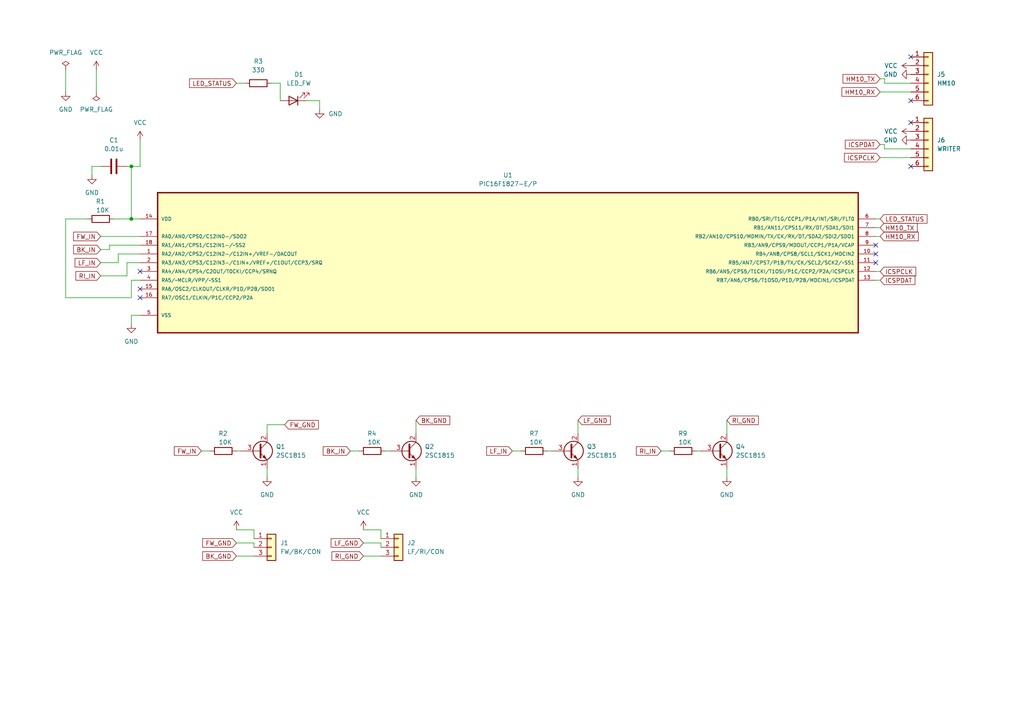
<source format=kicad_sch>
(kicad_sch (version 20211123) (generator eeschema)
  (paper "A4")
  (lib_symbols
    (symbol "Connector_Generic:Conn_01x03" (pin_names (offset 1.016) hide)
      (property "Reference" "J" (at 0 5.08 0))
      (property "Value" "Conn_01x03" (at 0 -5.08 0))
      (symbol "Conn_01x03_1_1"
        (rectangle (start -1.27 -2.413) (end 0 -2.667) (stroke (width 0.1524)))
        (rectangle (start -1.27 0.127) (end 0 -0.127) (stroke (width 0.1524)))
        (rectangle (start -1.27 2.667) (end 0 2.413) (stroke (width 0.1524)))
        (rectangle (start -1.27 3.81) (end 1.27 -3.81) (stroke (width 0.254)) (fill (type background)))
        (pin passive line (at -5.08 2.54 0) (length 3.81) (name "Pin_1") (number "1"))
        (pin passive line (at -5.08 0 0) (length 3.81) (name "Pin_2") (number "2"))
        (pin passive line (at -5.08 -2.54 0) (length 3.81) (name "Pin_3") (number "3"))
      )
    )
    (symbol "Connector_Generic:Conn_01x06" (pin_names (offset 1.016) hide)
      (property "Reference" "J" (at 0 7.62 0))
      (property "Value" "Conn_01x06" (at 0 -10.16 0))
      (symbol "Conn_01x06_1_1"
        (rectangle (start -1.27 -7.493) (end 0 -7.747) (stroke (width 0.1524)))
        (rectangle (start -1.27 -4.953) (end 0 -5.207) (stroke (width 0.1524)))
        (rectangle (start -1.27 -2.413) (end 0 -2.667) (stroke (width 0.1524)))
        (rectangle (start -1.27 0.127) (end 0 -0.127) (stroke (width 0.1524)))
        (rectangle (start -1.27 2.667) (end 0 2.413) (stroke (width 0.1524)))
        (rectangle (start -1.27 5.207) (end 0 4.953) (stroke (width 0.1524)))
        (rectangle (start -1.27 6.35) (end 1.27 -8.89) (stroke (width 0.254)) (fill (type background)))
        (pin passive line (at -5.08 5.08 0) (length 3.81) (name "Pin_1") (number "1"))
        (pin passive line (at -5.08 2.54 0) (length 3.81) (name "Pin_2") (number "2"))
        (pin passive line (at -5.08 0 0) (length 3.81) (name "Pin_3") (number "3"))
        (pin passive line (at -5.08 -2.54 0) (length 3.81) (name "Pin_4") (number "4"))
        (pin passive line (at -5.08 -5.08 0) (length 3.81) (name "Pin_5") (number "5"))
        (pin passive line (at -5.08 -7.62 0) (length 3.81) (name "Pin_6") (number "6"))
      )
    )
    (symbol "Device:C" (pin_numbers hide) (pin_names (offset 0.254))
      (property "Reference" "C" (at 0.635 2.54 0))
      (property "Value" "C" (at 0.635 -2.54 0))
      (symbol "C_0_1"
        (polyline (pts (xy -2.032 -0.762) (xy 2.032 -0.762)) (stroke (width 0.508)))
        (polyline (pts (xy -2.032 0.762) (xy 2.032 0.762)) (stroke (width 0.508)))
      )
      (symbol "C_1_1"
        (pin passive line (at 0 3.81 270) (length 2.794) (name "~") (number "1"))
        (pin passive line (at 0 -3.81 90) (length 2.794) (name "~") (number "2"))
      )
    )
    (symbol "Device:LED" (pin_numbers hide) (pin_names (offset 1.016) hide)
      (property "Reference" "D" (at 0 2.54 0))
      (property "Value" "LED" (at 0 -2.54 0))
      (symbol "LED_0_1"
        (polyline (pts (xy -1.27 -1.27) (xy -1.27 1.27)) (stroke (width 0.254)))
        (polyline (pts (xy -1.27 0) (xy 1.27 0)))
        (polyline (pts (xy 1.27 -1.27) (xy 1.27 1.27) (xy -1.27 0) (xy 1.27 -1.27)) (stroke (width 0.254)))
        (polyline (pts (xy -3.048 -0.762) (xy -4.572 -2.286) (xy -3.81 -2.286) (xy -4.572 -2.286) (xy -4.572 -1.524)))
        (polyline (pts (xy -1.778 -0.762) (xy -3.302 -2.286) (xy -2.54 -2.286) (xy -3.302 -2.286) (xy -3.302 -1.524)))
      )
      (symbol "LED_1_1"
        (pin passive line (at -3.81 0 0) (length 2.54) (name "K") (number "1"))
        (pin passive line (at 3.81 0 180) (length 2.54) (name "A") (number "2"))
      )
    )
    (symbol "Device:R" (pin_numbers hide) (pin_names (offset 0))
      (property "Reference" "R" (at 2.032 0 90))
      (property "Value" "R" (at 0 0 90))
      (symbol "R_0_1"
        (rectangle (start -1.016 -2.54) (end 1.016 2.54) (stroke (width 0.254)))
      )
      (symbol "R_1_1"
        (pin passive line (at 0 3.81 270) (length 1.27) (name "~") (number "1"))
        (pin passive line (at 0 -3.81 90) (length 1.27) (name "~") (number "2"))
      )
    )
    (symbol "PIC16F1827-E_P:PIC16F1827-E{slash}P" (pin_names (offset 1.016))
      (property "Reference" "U" (at -4.7244 21.8186 0))
      (property "Value" "PIC16F1827-E{slash}P" (at -4.5466 -27.3812 0))
      (symbol "PIC16F1827-E{slash}P_0_0"
        (rectangle (start -101.6 -22.86) (end 101.6 17.78) (stroke (width 0.4064)) (fill (type background)))
        (pin bidirectional line (at -106.68 0 0) (length 5.08) (name "RA2/AN2/CPS2/C12IN2-/C12IN+/VREF-/DACOUT") (number "1"))
        (pin bidirectional line (at 106.68 0 180) (length 5.08) (name "RB4/AN8/CPS8/SCL1/SCK1/MDCIN2") (number "10"))
        (pin bidirectional line (at 106.68 -2.54 180) (length 5.08) (name "RB5/AN7/CPS7/P1B/TX/CK/SCL2/SCK2/~SS1") (number "11"))
        (pin bidirectional line (at 106.68 -5.08 180) (length 5.08) (name "RB6/AN5/CPS5/T1CKI/T1OSI/P1C/CCP2/P2A/ICSPCLK") (number "12"))
        (pin bidirectional line (at 106.68 -7.62 180) (length 5.08) (name "RB7/AN6/CPS6/T1OSO/P1D/P2B/MDCIN1/ICSPDAT") (number "13"))
        (pin power_in line (at -106.68 10.16 0) (length 5.08) (name "VDD") (number "14"))
        (pin bidirectional line (at -106.68 -10.16 0) (length 5.08) (name "RA6/OSC2/CLKOUT/CLKR/P1D/P2B/SDO1") (number "15"))
        (pin bidirectional line (at -106.68 -12.7 0) (length 5.08) (name "RA7/OSC1/CLKIN/P1C/CCP2/P2A") (number "16"))
        (pin bidirectional line (at -106.68 5.08 0) (length 5.08) (name "RA0/AN0/CPS0/C12IN0-/SDO2") (number "17"))
        (pin bidirectional line (at -106.68 2.54 0) (length 5.08) (name "RA1/AN1/CPS1/C12IN1-/~SS2") (number "18"))
        (pin bidirectional line (at -106.68 -2.54 0) (length 5.08) (name "RA3/AN3/CPS3/C12IN3-/C1IN+/VREF+/C1OUT/CCP3/SRQ") (number "2"))
        (pin bidirectional line (at -106.68 -5.08 0) (length 5.08) (name "RA4/AN4/CPS4/C2OUT/T0CKI/CCP4/SRNQ") (number "3"))
        (pin input line (at -106.68 -7.62 0) (length 5.08) (name "RA5/~MCLR/VPP/~SS1") (number "4"))
        (pin power_in line (at -106.68 -17.78 0) (length 5.08) (name "VSS") (number "5"))
        (pin bidirectional line (at 106.68 10.16 180) (length 5.08) (name "RB0/SRI/T1G/CCP1/P1A/INT/SRI/FLT0") (number "6"))
        (pin bidirectional line (at 106.68 7.62 180) (length 5.08) (name "RB1/AN11/CPS11/RX/DT/SDA1/SDI1") (number "7"))
        (pin bidirectional line (at 106.68 5.08 180) (length 5.08) (name "RB2/AN10/CPS10/MDMIN/TX/CK/RX/DT/SDA2/SDI2/SDO1") (number "8"))
        (pin bidirectional line (at 106.68 2.54 180) (length 5.08) (name "RB3/AN9/CPS9/MDOUT/CCP1/P1A/VCAP") (number "9"))
      )
    )
    (symbol "Transistor_BJT:2SC1815" (pin_names (offset 0) hide)
      (property "Reference" "Q" (at 5.08 1.905 0))
      (property "Value" "2SC1815" (at 5.08 0 0))
      (symbol "2SC1815_0_1"
        (polyline (pts (xy 0 0) (xy 0.508 0)))
        (polyline (pts (xy 0.635 0.635) (xy 2.54 2.54)))
        (polyline (pts (xy 0.635 -0.635) (xy 2.54 -2.54) (xy 2.54 -2.54)))
        (polyline (pts (xy 0.635 1.905) (xy 0.635 -1.905) (xy 0.635 -1.905)) (stroke (width 0.508)))
        (polyline (pts (xy 1.27 -1.778) (xy 1.778 -1.27) (xy 2.286 -2.286) (xy 1.27 -1.778) (xy 1.27 -1.778)) (fill (type outline)))
        (circle (center 1.27 0) (radius 2.8194) (stroke (width 0.254)))
      )
      (symbol "2SC1815_1_1"
        (pin passive line (at 2.54 -5.08 90) (length 2.54) (name "E") (number "1"))
        (pin passive line (at 2.54 5.08 270) (length 2.54) (name "C") (number "2"))
        (pin input line (at -5.08 0 0) (length 5.08) (name "B") (number "3"))
      )
    )
    (symbol "power:GND" (power) (pin_names (offset 0))
      (property "Value" "GND" (at 0 -3.81 0))
      (symbol "GND_0_1"
        (polyline (pts (xy 0 0) (xy 0 -1.27) (xy 1.27 -1.27) (xy 0 -2.54) (xy -1.27 -1.27) (xy 0 -1.27)))
      )
      (symbol "GND_1_1"
        (pin power_in line (at 0 0 270) (length 0) hide (name "GND") (number "1"))
      )
    )
    (symbol "power:PWR_FLAG" (power) (pin_numbers hide) (pin_names (offset 0) hide)
      (property "Value" "PWR_FLAG" (at 0 3.81 0))
      (symbol "PWR_FLAG_0_0"
        (pin power_out line (at 0 0 90) (length 0) (name "pwr") (number "1"))
      )
      (symbol "PWR_FLAG_0_1"
        (polyline (pts (xy 0 0) (xy 0 1.27) (xy -1.016 1.905) (xy 0 2.54) (xy 1.016 1.905) (xy 0 1.27)))
      )
    )
    (symbol "power:VCC" (power) (pin_names (offset 0))
      (property "Value" "VCC" (at 0 3.81 0))
      (symbol "VCC_0_1"
        (polyline (pts (xy -0.762 1.27) (xy 0 2.54)))
        (polyline (pts (xy 0 0) (xy 0 2.54)))
        (polyline (pts (xy 0 2.54) (xy 0.762 1.27)))
      )
      (symbol "VCC_1_1"
        (pin power_in line (at 0 0 90) (length 0) hide (name "VCC") (number "1"))
      )
    )
  )
  (junction (at 38.1 63.5))
  (junction (at 38.1 48.26))
  (no_connect (at 40.64 86.36))
  (no_connect (at 40.64 78.74))
  (no_connect (at 254 71.12))
  (no_connect (at 254 73.66))
  (no_connect (at 254 76.2))
  (no_connect (at 264.16 48.26))
  (no_connect (at 264.16 35.56))
  (no_connect (at 264.16 29.21))
  (no_connect (at 40.64 83.82))
  (no_connect (at 264.16 16.51))
  (wire (pts (xy 120.65 121.92) (xy 120.65 125.73)))
  (wire (pts (xy 101.6 130.81) (xy 104.14 130.81)))
  (wire (pts (xy 255.27 45.72) (xy 264.16 45.72)))
  (wire (pts (xy 26.67 48.26) (xy 26.67 50.8)))
  (wire (pts (xy 111.76 130.81) (xy 113.03 130.81)))
  (wire (pts (xy 191.77 130.81) (xy 194.31 130.81)))
  (wire (pts (xy 40.64 91.44) (xy 38.1 91.44)))
  (wire (pts (xy 19.05 63.5) (xy 25.4 63.5)))
  (wire (pts (xy 264.16 43.18) (xy 256.54 43.18)))
  (wire (pts (xy 40.64 63.5) (xy 38.1 63.5)))
  (wire (pts (xy 38.1 91.44) (xy 38.1 93.98)))
  (wire (pts (xy 81.28 24.13) (xy 81.28 29.21)))
  (wire (pts (xy 255.27 41.91) (xy 256.54 41.91)))
  (wire (pts (xy 110.49 153.67) (xy 110.49 156.21)))
  (wire (pts (xy 210.82 121.92) (xy 210.82 125.73)))
  (wire (pts (xy 167.64 121.92) (xy 167.64 125.73)))
  (wire (pts (xy 33.02 63.5) (xy 38.1 63.5)))
  (wire (pts (xy 36.83 48.26) (xy 38.1 48.26)))
  (wire (pts (xy 105.41 153.67) (xy 110.49 153.67)))
  (wire (pts (xy 68.58 24.13) (xy 71.12 24.13)))
  (wire (pts (xy 105.41 157.48) (xy 110.49 157.48)))
  (wire (pts (xy 29.21 48.26) (xy 26.67 48.26)))
  (wire (pts (xy 88.9 29.21) (xy 92.71 29.21)))
  (wire (pts (xy 158.75 130.81) (xy 160.02 130.81)))
  (wire (pts (xy 148.59 130.81) (xy 151.13 130.81)))
  (wire (pts (xy 92.71 29.21) (xy 92.71 31.75)))
  (wire (pts (xy 19.05 20.32) (xy 19.05 26.67)))
  (wire (pts (xy 40.64 76.2) (xy 36.83 76.2)))
  (wire (pts (xy 38.1 63.5) (xy 38.1 48.26)))
  (wire (pts (xy 38.1 86.36) (xy 19.05 86.36)))
  (wire (pts (xy 254 78.74) (xy 255.27 78.74)))
  (wire (pts (xy 254 81.28) (xy 255.27 81.28)))
  (wire (pts (xy 29.21 68.58) (xy 40.64 68.58)))
  (wire (pts (xy 77.47 123.19) (xy 77.47 125.73)))
  (wire (pts (xy 58.42 130.81) (xy 60.96 130.81)))
  (wire (pts (xy 40.64 48.26) (xy 40.64 40.64)))
  (wire (pts (xy 255.27 22.86) (xy 256.54 22.86)))
  (wire (pts (xy 38.1 81.28) (xy 38.1 86.36)))
  (wire (pts (xy 78.74 24.13) (xy 81.28 24.13)))
  (wire (pts (xy 210.82 135.89) (xy 210.82 138.43)))
  (wire (pts (xy 19.05 86.36) (xy 19.05 63.5)))
  (wire (pts (xy 68.58 161.29) (xy 73.66 161.29)))
  (wire (pts (xy 29.21 76.2) (xy 34.29 76.2)))
  (wire (pts (xy 254 66.04) (xy 255.27 66.04)))
  (wire (pts (xy 38.1 48.26) (xy 40.64 48.26)))
  (wire (pts (xy 27.94 20.32) (xy 27.94 26.67)))
  (wire (pts (xy 255.27 26.67) (xy 264.16 26.67)))
  (wire (pts (xy 40.64 71.12) (xy 31.75 71.12)))
  (wire (pts (xy 256.54 24.13) (xy 256.54 22.86)))
  (wire (pts (xy 68.58 157.48) (xy 73.66 157.48)))
  (wire (pts (xy 68.58 130.81) (xy 69.85 130.81)))
  (wire (pts (xy 77.47 123.19) (xy 82.55 123.19)))
  (wire (pts (xy 167.64 135.89) (xy 167.64 138.43)))
  (wire (pts (xy 68.58 153.67) (xy 73.66 153.67)))
  (wire (pts (xy 264.16 24.13) (xy 256.54 24.13)))
  (wire (pts (xy 36.83 76.2) (xy 36.83 80.01)))
  (wire (pts (xy 120.65 135.89) (xy 120.65 138.43)))
  (wire (pts (xy 105.41 161.29) (xy 110.49 161.29)))
  (wire (pts (xy 73.66 153.67) (xy 73.66 156.21)))
  (wire (pts (xy 254 63.5) (xy 255.27 63.5)))
  (wire (pts (xy 36.83 80.01) (xy 29.21 80.01)))
  (wire (pts (xy 77.47 135.89) (xy 77.47 138.43)))
  (wire (pts (xy 40.64 73.66) (xy 34.29 73.66)))
  (wire (pts (xy 73.66 157.48) (xy 73.66 158.75)))
  (wire (pts (xy 201.93 130.81) (xy 203.2 130.81)))
  (wire (pts (xy 34.29 73.66) (xy 34.29 76.2)))
  (wire (pts (xy 31.75 71.12) (xy 31.75 72.39)))
  (wire (pts (xy 110.49 157.48) (xy 110.49 158.75)))
  (wire (pts (xy 254 68.58) (xy 255.27 68.58)))
  (wire (pts (xy 31.75 72.39) (xy 29.21 72.39)))
  (wire (pts (xy 40.64 81.28) (xy 38.1 81.28)))
  (wire (pts (xy 256.54 43.18) (xy 256.54 41.91)))
  (global_label "ICSPCLK" (shape input) (at 255.27 78.74 0) (property "シート間のリファレンス" "${INTERSHEET_REFS}" (effects hide)))
  (global_label "ICSPDAT" (shape input) (at 255.27 81.28 0) (property "シート間のリファレンス" "${INTERSHEET_REFS}" (effects hide)))
  (global_label "LF_GND" (shape input) (at 105.41 157.48 180) (property "Intersheet References" "${INTERSHEET_REFS}" (effects hide)))
  (global_label "BK_IN" (shape input) (at 29.21 72.39 180) (property "シート間のリファレンス" "${INTERSHEET_REFS}" (effects hide)))
  (global_label "BK_GND" (shape input) (at 68.58 161.29 180) (property "Intersheet References" "${INTERSHEET_REFS}" (effects hide)))
  (global_label "LED_STATUS" (shape input) (at 68.58 24.13 180) (property "シート間のリファレンス" "${INTERSHEET_REFS}" (effects hide)))
  (global_label "LF_GND" (shape input) (at 167.64 121.92 0) (property "Intersheet References" "${INTERSHEET_REFS}" (effects hide)))
  (global_label "LED_STATUS" (shape input) (at 255.27 63.5 0) (property "シート間のリファレンス" "${INTERSHEET_REFS}" (effects hide)))
  (global_label "HM10_RX" (shape input) (at 255.27 68.58 0) (property "シート間のリファレンス" "${INTERSHEET_REFS}" (effects hide)))
  (global_label "HM10_TX" (shape input) (at 255.27 22.86 180) (property "シート間のリファレンス" "${INTERSHEET_REFS}" (effects hide)))
  (global_label "RI_GND" (shape input) (at 210.82 121.92 0) (property "Intersheet References" "${INTERSHEET_REFS}" (effects hide)))
  (global_label "ICSPDAT" (shape input) (at 255.27 41.91 180) (property "シート間のリファレンス" "${INTERSHEET_REFS}" (effects hide)))
  (global_label "RI_IN" (shape input) (at 29.21 80.01 180) (property "シート間のリファレンス" "${INTERSHEET_REFS}" (effects hide)))
  (global_label "ICSPCLK" (shape input) (at 255.27 45.72 180) (property "シート間のリファレンス" "${INTERSHEET_REFS}" (effects hide)))
  (global_label "HM10_TX" (shape input) (at 255.27 66.04 0) (property "シート間のリファレンス" "${INTERSHEET_REFS}" (effects hide)))
  (global_label "LF_IN" (shape input) (at 29.21 76.2 180) (property "シート間のリファレンス" "${INTERSHEET_REFS}" (effects hide)))
  (global_label "RI_IN" (shape input) (at 191.77 130.81 180) (property "シート間のリファレンス" "${INTERSHEET_REFS}" (effects hide)))
  (global_label "FW_GND" (shape input) (at 68.58 157.48 180) (property "Intersheet References" "${INTERSHEET_REFS}" (effects hide)))
  (global_label "BK_GND" (shape input) (at 120.65 121.92 0) (property "Intersheet References" "${INTERSHEET_REFS}" (effects hide)))
  (global_label "RI_GND" (shape input) (at 105.41 161.29 180) (property "Intersheet References" "${INTERSHEET_REFS}" (effects hide)))
  (global_label "HM10_RX" (shape input) (at 255.27 26.67 180) (property "シート間のリファレンス" "${INTERSHEET_REFS}" (effects hide)))
  (global_label "LF_IN" (shape input) (at 148.59 130.81 180) (property "シート間のリファレンス" "${INTERSHEET_REFS}" (effects hide)))
  (global_label "BK_IN" (shape input) (at 101.6 130.81 180) (property "シート間のリファレンス" "${INTERSHEET_REFS}" (effects hide)))
  (global_label "FW_GND" (shape input) (at 82.55 123.19 0) (property "Intersheet References" "${INTERSHEET_REFS}" (effects hide)))
  (global_label "FW_IN" (shape input) (at 58.42 130.81 180) (property "シート間のリファレンス" "${INTERSHEET_REFS}" (effects hide)))
  (global_label "FW_IN" (shape input) (at 29.21 68.58 180) (property "シート間のリファレンス" "${INTERSHEET_REFS}" (effects hide)))
  (symbol (lib_id "Transistor_BJT:2SC1815") (at 208.28 130.81 0) (unit 1)
    (property "Reference" "Q4" (at 213.36 129.5399 0) (effects (justify left)))
    (property "Value" "2SC1815" (at 213.36 132.0799 0) (effects (justify left)))
    (property "Footprint" "Package_TO_SOT_THT:TO-92_Inline" (effects hide))
    (property "Datasheet" "https://media.digikey.com/pdf/Data%20Sheets/Toshiba%20PDFs/2SC1815.pdf" (effects hide))
  )
  (symbol (lib_id "power:GND") (at 38.1 93.98 0) (unit 1)
    (property "Reference" "#PWR02" (effects hide))
    (property "Value" "GND" (at 38.1 99.06 0))
  )
  (symbol (lib_id "power:PWR_FLAG") (at 19.05 20.32 0) (unit 1)
    (property "Reference" "#FLG01" (effects hide))
    (property "Value" "PWR_FLAG" (at 19.05 15.24 0))
  )
  (symbol (lib_id "Transistor_BJT:2SC1815") (at 118.11 130.81 0) (unit 1)
    (property "Reference" "Q2" (at 123.19 129.5399 0) (effects (justify left)))
    (property "Value" "2SC1815" (at 123.19 132.0799 0) (effects (justify left)))
    (property "Footprint" "Package_TO_SOT_THT:TO-92_Inline" (effects hide))
    (property "Datasheet" "https://media.digikey.com/pdf/Data%20Sheets/Toshiba%20PDFs/2SC1815.pdf" (effects hide))
  )
  (symbol (lib_id "power:GND") (at 264.16 21.59 270) (unit 1)
    (property "Reference" "#PWR015" (effects hide))
    (property "Value" "GND" (at 260.35 21.5899 90) (effects (justify right)))
  )
  (symbol (lib_id "Connector_Generic:Conn_01x06") (at 269.24 40.64 0) (unit 1)
    (property "Reference" "J6" (at 271.78 40.6399 0) (effects (justify left)))
    (property "Value" "WRITER" (at 271.78 43.1799 0) (effects (justify left)))
    (property "Footprint" "Connector_PinSocket_2.00mm:PinSocket_1x06_P2.00mm_Horizontal" (effects hide))
  )
  (symbol (lib_id "power:VCC") (at 105.41 153.67 0) (unit 1)
    (property "Reference" "#PWR0104" (effects hide))
    (property "Value" "VCC" (at 105.41 148.59 0))
  )
  (symbol (lib_id "power:GND") (at 77.47 138.43 0) (unit 1)
    (property "Reference" "#PWR05" (effects hide))
    (property "Value" "GND" (at 77.47 143.51 0))
  )
  (symbol (lib_id "power:GND") (at 19.05 26.67 0) (unit 1)
    (property "Reference" "#PWR0102" (effects hide))
    (property "Value" "GND" (at 19.05 31.75 0))
  )
  (symbol (lib_id "Device:R") (at 74.93 24.13 90) (unit 1)
    (property "Reference" "R3" (at 74.93 17.78 90))
    (property "Value" "330" (at 74.93 20.32 90))
    (property "Footprint" "Resistor_THT:R_Axial_DIN0204_L3.6mm_D1.6mm_P2.54mm_Vertical" (effects hide))
  )
  (symbol (lib_id "power:GND") (at 26.67 50.8 0) (unit 1)
    (property "Reference" "#PWR01" (effects hide))
    (property "Value" "GND" (at 26.67 55.88 0))
  )
  (symbol (lib_id "Device:R") (at 64.77 130.81 90) (unit 1)
    (property "Reference" "R2" (at 66.04 125.73 90) (effects (justify left)))
    (property "Value" "10K" (at 67.31 128.27 90) (effects (justify left)))
    (property "Footprint" "Resistor_THT:R_Axial_DIN0204_L3.6mm_D1.6mm_P2.54mm_Vertical" (effects hide))
  )
  (symbol (lib_id "Device:R") (at 29.21 63.5 90) (unit 1)
    (property "Reference" "R1" (at 30.48 58.42 90) (effects (justify left)))
    (property "Value" "10K" (at 31.75 60.96 90) (effects (justify left)))
    (property "Footprint" "Resistor_THT:R_Axial_DIN0204_L3.6mm_D1.6mm_P2.54mm_Vertical" (effects hide))
  )
  (symbol (lib_id "power:GND") (at 264.16 40.64 270) (unit 1)
    (property "Reference" "#PWR017" (effects hide))
    (property "Value" "GND" (at 260.35 40.6399 90) (effects (justify right)))
  )
  (symbol (lib_id "Device:R") (at 107.95 130.81 90) (unit 1)
    (property "Reference" "R4" (at 109.22 125.73 90) (effects (justify left)))
    (property "Value" "10K" (at 110.49 128.27 90) (effects (justify left)))
    (property "Footprint" "Resistor_THT:R_Axial_DIN0204_L3.6mm_D1.6mm_P2.54mm_Vertical" (effects hide))
  )
  (symbol (lib_id "power:VCC") (at 40.64 40.64 0) (unit 1)
    (property "Reference" "#PWR03" (effects hide))
    (property "Value" "VCC" (at 40.64 35.56 0))
  )
  (symbol (lib_id "Connector_Generic:Conn_01x03") (at 78.74 158.75 0) (unit 1)
    (property "Reference" "J1" (at 81.28 157.4799 0) (effects (justify left)))
    (property "Value" "FW/BK/CON" (at 81.28 160.0199 0) (effects (justify left)))
    (property "Footprint" "TerminalBlock_4Ucon:TerminalBlock_4Ucon_1x03_P3.50mm_Horizontal" (effects hide))
  )
  (symbol (lib_id "power:GND") (at 120.65 138.43 0) (unit 1)
    (property "Reference" "#PWR07" (effects hide))
    (property "Value" "GND" (at 120.65 143.51 0))
  )
  (symbol (lib_id "PIC16F1827-E_P:PIC16F1827-E{slash}P") (at 147.32 73.66 0) (unit 1)
    (property "Reference" "U1" (at 147.32 50.8 0))
    (property "Value" "PIC16F1827-E/P" (at 147.32 53.34 0))
    (property "Footprint" "Package_DIP:DIP-18_W7.62mm_Socket" (effects hide))
    (property "MPN" "PIC16F1827-E/P" (effects hide))
    (property "OC_FARNELL" "1801212" (effects hide))
    (property "OC_NEWARK" "24R7073" (effects hide))
    (property "SUPPLIER" "Microchip" (effects hide))
    (property "PACKAGE" "DIP-18" (effects hide))
  )
  (symbol (lib_id "Device:R") (at 154.94 130.81 90) (unit 1)
    (property "Reference" "R7" (at 156.21 125.73 90) (effects (justify left)))
    (property "Value" "10K" (at 157.48 128.27 90) (effects (justify left)))
    (property "Footprint" "Resistor_THT:R_Axial_DIN0204_L3.6mm_D1.6mm_P2.54mm_Vertical" (effects hide))
  )
  (symbol (lib_id "power:PWR_FLAG") (at 27.94 26.67 180) (unit 1)
    (property "Reference" "#FLG02" (effects hide))
    (property "Value" "PWR_FLAG" (at 27.94 31.75 0))
  )
  (symbol (lib_id "power:GND") (at 92.71 31.75 0) (unit 1)
    (property "Reference" "#PWR06" (effects hide))
    (property "Value" "GND" (at 95.25 33.0199 0) (effects (justify left)))
  )
  (symbol (lib_id "power:VCC") (at 264.16 38.1 90) (unit 1)
    (property "Reference" "#PWR016" (effects hide))
    (property "Value" "VCC" (at 260.35 38.0999 90) (effects (justify left)))
  )
  (symbol (lib_id "power:VCC") (at 68.58 153.67 0) (unit 1)
    (property "Reference" "#PWR0103" (effects hide))
    (property "Value" "VCC" (at 68.58 148.59 0))
  )
  (symbol (lib_id "power:VCC") (at 27.94 20.32 0) (unit 1)
    (property "Reference" "#PWR0101" (effects hide))
    (property "Value" "VCC" (at 27.94 15.24 0))
  )
  (symbol (lib_id "power:VCC") (at 264.16 19.05 90) (unit 1)
    (property "Reference" "#PWR014" (effects hide))
    (property "Value" "VCC" (at 260.35 19.0499 90) (effects (justify left)))
  )
  (symbol (lib_id "power:GND") (at 167.64 138.43 0) (unit 1)
    (property "Reference" "#PWR010" (effects hide))
    (property "Value" "GND" (at 167.64 143.51 0))
  )
  (symbol (lib_id "Transistor_BJT:2SC1815") (at 165.1 130.81 0) (unit 1)
    (property "Reference" "Q3" (at 170.18 129.5399 0) (effects (justify left)))
    (property "Value" "2SC1815" (at 170.18 132.0799 0) (effects (justify left)))
    (property "Footprint" "Package_TO_SOT_THT:TO-92_Inline" (effects hide))
    (property "Datasheet" "https://media.digikey.com/pdf/Data%20Sheets/Toshiba%20PDFs/2SC1815.pdf" (effects hide))
  )
  (symbol (lib_id "power:GND") (at 210.82 138.43 0) (unit 1)
    (property "Reference" "#PWR013" (effects hide))
    (property "Value" "GND" (at 210.82 143.51 0))
  )
  (symbol (lib_id "Transistor_BJT:2SC1815") (at 74.93 130.81 0) (unit 1)
    (property "Reference" "Q1" (at 80.01 129.5399 0) (effects (justify left)))
    (property "Value" "2SC1815" (at 80.01 132.0799 0) (effects (justify left)))
    (property "Footprint" "Package_TO_SOT_THT:TO-92_Inline" (effects hide))
    (property "Datasheet" "https://media.digikey.com/pdf/Data%20Sheets/Toshiba%20PDFs/2SC1815.pdf" (effects hide))
  )
  (symbol (lib_id "Device:R") (at 198.12 130.81 90) (unit 1)
    (property "Reference" "R9" (at 199.39 125.73 90) (effects (justify left)))
    (property "Value" "10K" (at 200.66 128.27 90) (effects (justify left)))
    (property "Footprint" "Resistor_THT:R_Axial_DIN0204_L3.6mm_D1.6mm_P2.54mm_Vertical" (effects hide))
  )
  (symbol (lib_id "Connector_Generic:Conn_01x06") (at 269.24 21.59 0) (unit 1)
    (property "Reference" "J5" (at 271.78 21.5899 0) (effects (justify left)))
    (property "Value" "HM10" (at 271.78 24.1299 0) (effects (justify left)))
    (property "Footprint" "Connector_PinSocket_2.00mm:PinSocket_1x06_P2.00mm_Horizontal" (effects hide))
  )
  (symbol (lib_id "Device:C") (at 33.02 48.26 90) (unit 1)
    (property "Reference" "C1" (at 33.02 40.64 90))
    (property "Value" "0.01u" (at 33.02 43.18 90))
    (property "Footprint" "Capacitor_THT:C_Axial_L3.8mm_D2.6mm_P10.00mm_Horizontal" (effects hide))
  )
  (symbol (lib_id "Connector_Generic:Conn_01x03") (at 115.57 158.75 0) (unit 1)
    (property "Reference" "J2" (at 118.11 157.4799 0) (effects (justify left)))
    (property "Value" "LF/RI/CON" (at 118.11 160.0199 0) (effects (justify left)))
    (property "Footprint" "TerminalBlock_4Ucon:TerminalBlock_4Ucon_1x03_P3.50mm_Horizontal" (effects hide))
  )
  (symbol (lib_id "Device:LED") (at 85.09 29.21 180) (unit 1)
    (property "Reference" "D1" (at 86.6775 21.59 0))
    (property "Value" "LED_FW" (at 86.6775 24.13 0))
    (property "Footprint" "LED_THT:LED_D3.0mm" (effects hide))
  )
)
</source>
